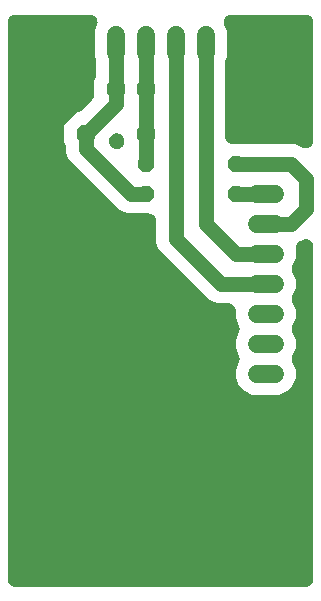
<source format=gbr>
G04 EAGLE Gerber RS-274X export*
G75*
%MOMM*%
%FSLAX34Y34*%
%LPD*%
%INBottom Copper*%
%IPPOS*%
%AMOC8*
5,1,8,0,0,1.08239X$1,22.5*%
G01*
%ADD10P,1.732040X8X22.500000*%
%ADD11C,1.524000*%
%ADD12P,1.429621X8X22.500000*%
%ADD13C,1.270000*%

G36*
X300793Y505461D02*
X300793Y505461D01*
X300796Y505461D01*
X301143Y505481D01*
X301501Y505501D01*
X301504Y505501D01*
X301507Y505501D01*
X301847Y505560D01*
X302204Y505620D01*
X302206Y505621D01*
X302209Y505621D01*
X302554Y505721D01*
X302888Y505817D01*
X302891Y505819D01*
X302894Y505819D01*
X303218Y505954D01*
X303546Y506090D01*
X303549Y506092D01*
X303551Y506093D01*
X303863Y506265D01*
X304170Y506435D01*
X304172Y506437D01*
X304175Y506438D01*
X304472Y506649D01*
X304751Y506847D01*
X304753Y506849D01*
X304755Y506851D01*
X305023Y507091D01*
X305282Y507322D01*
X305284Y507325D01*
X305286Y507326D01*
X305524Y507594D01*
X305756Y507854D01*
X305758Y507856D01*
X305760Y507858D01*
X305958Y508139D01*
X306168Y508435D01*
X306170Y508438D01*
X306171Y508440D01*
X306334Y508736D01*
X306512Y509059D01*
X306513Y509062D01*
X306515Y509064D01*
X306646Y509382D01*
X306784Y509717D01*
X306785Y509720D01*
X306786Y509723D01*
X306881Y510052D01*
X306981Y510402D01*
X306982Y510405D01*
X306982Y510407D01*
X307042Y510761D01*
X307100Y511104D01*
X307100Y511107D01*
X307101Y511110D01*
X307139Y511810D01*
X307139Y793317D01*
X307129Y793497D01*
X307129Y793678D01*
X307109Y793852D01*
X307099Y794028D01*
X307069Y794206D01*
X307049Y794385D01*
X307009Y794557D01*
X306980Y794731D01*
X306930Y794904D01*
X306890Y795080D01*
X306831Y795246D01*
X306783Y795415D01*
X306714Y795582D01*
X306654Y795752D01*
X306577Y795911D01*
X306510Y796073D01*
X306422Y796231D01*
X306344Y796394D01*
X306250Y796543D01*
X306165Y796697D01*
X306061Y796843D01*
X305964Y796996D01*
X305854Y797134D01*
X305753Y797278D01*
X305632Y797412D01*
X305520Y797553D01*
X305395Y797677D01*
X305278Y797809D01*
X305143Y797929D01*
X305015Y798056D01*
X304878Y798166D01*
X304746Y798283D01*
X304599Y798388D01*
X304458Y798500D01*
X304309Y798593D01*
X304165Y798695D01*
X304007Y798782D01*
X303854Y798878D01*
X303695Y798954D01*
X303541Y799039D01*
X303375Y799108D01*
X303212Y799186D01*
X303045Y799244D01*
X302883Y799311D01*
X302709Y799361D01*
X302539Y799421D01*
X302368Y799459D01*
X302198Y799508D01*
X302020Y799538D01*
X301844Y799578D01*
X301669Y799598D01*
X301496Y799627D01*
X301316Y799637D01*
X301136Y799657D01*
X300960Y799657D01*
X300784Y799666D01*
X300604Y799656D01*
X300424Y799656D01*
X300249Y799636D01*
X300073Y799626D01*
X299895Y799595D01*
X299716Y799575D01*
X299544Y799535D01*
X299371Y799506D01*
X299198Y799456D01*
X299022Y799415D01*
X298853Y799356D01*
X298686Y799308D01*
X298528Y799242D01*
X298360Y799183D01*
X295968Y798192D01*
X295965Y798191D01*
X295962Y798190D01*
X295642Y798035D01*
X295326Y797883D01*
X295324Y797881D01*
X295321Y797880D01*
X295017Y797689D01*
X294723Y797504D01*
X294720Y797502D01*
X294718Y797500D01*
X294428Y797269D01*
X294166Y797060D01*
X294164Y797057D01*
X294161Y797055D01*
X293916Y796809D01*
X293662Y796556D01*
X293660Y796553D01*
X293658Y796551D01*
X293451Y796291D01*
X293218Y795999D01*
X293217Y795996D01*
X293215Y795994D01*
X293028Y795696D01*
X292839Y795395D01*
X292838Y795393D01*
X292836Y795390D01*
X292687Y795078D01*
X292531Y794753D01*
X292529Y794750D01*
X292528Y794748D01*
X292416Y794426D01*
X292296Y794081D01*
X292295Y794078D01*
X292294Y794075D01*
X292215Y793726D01*
X292137Y793386D01*
X292137Y793383D01*
X292136Y793380D01*
X292098Y793031D01*
X292058Y792678D01*
X292058Y792675D01*
X292058Y792672D01*
X292058Y792328D01*
X292059Y791966D01*
X292059Y791963D01*
X292059Y791959D01*
X292101Y791594D01*
X292101Y783863D01*
X289312Y777130D01*
X289310Y777126D01*
X289308Y777122D01*
X289193Y776792D01*
X289076Y776457D01*
X289075Y776453D01*
X289074Y776449D01*
X288996Y776105D01*
X288918Y775763D01*
X288917Y775758D01*
X288916Y775754D01*
X288878Y775406D01*
X288838Y775055D01*
X288838Y775050D01*
X288838Y775046D01*
X288838Y774688D01*
X288838Y774342D01*
X288839Y774338D01*
X288839Y774334D01*
X288880Y773971D01*
X288918Y773634D01*
X288919Y773630D01*
X288920Y773626D01*
X288999Y773282D01*
X289077Y772940D01*
X289079Y772936D01*
X289080Y772932D01*
X289312Y772270D01*
X292101Y765537D01*
X292101Y758463D01*
X289312Y751730D01*
X289310Y751726D01*
X289308Y751722D01*
X289193Y751392D01*
X289076Y751057D01*
X289075Y751053D01*
X289074Y751049D01*
X288996Y750705D01*
X288918Y750363D01*
X288917Y750358D01*
X288916Y750354D01*
X288878Y750006D01*
X288838Y749655D01*
X288838Y749650D01*
X288838Y749646D01*
X288838Y749288D01*
X288838Y748942D01*
X288839Y748938D01*
X288839Y748934D01*
X288880Y748571D01*
X288918Y748234D01*
X288919Y748230D01*
X288920Y748226D01*
X288999Y747882D01*
X289077Y747540D01*
X289079Y747536D01*
X289080Y747532D01*
X289312Y746870D01*
X292101Y740137D01*
X292101Y733063D01*
X289312Y726330D01*
X289310Y726326D01*
X289308Y726322D01*
X289193Y725992D01*
X289076Y725657D01*
X289075Y725653D01*
X289074Y725649D01*
X288993Y725291D01*
X288918Y724963D01*
X288917Y724958D01*
X288916Y724954D01*
X288878Y724606D01*
X288838Y724255D01*
X288838Y724250D01*
X288838Y724246D01*
X288838Y723888D01*
X288838Y723542D01*
X288839Y723538D01*
X288839Y723534D01*
X288880Y723171D01*
X288918Y722834D01*
X288919Y722830D01*
X288920Y722826D01*
X288999Y722482D01*
X289077Y722140D01*
X289079Y722136D01*
X289080Y722132D01*
X289312Y721470D01*
X292101Y714737D01*
X292101Y707663D01*
X289312Y700930D01*
X289310Y700926D01*
X289308Y700922D01*
X289193Y700592D01*
X289076Y700257D01*
X289075Y700253D01*
X289074Y700249D01*
X288994Y699894D01*
X288918Y699563D01*
X288917Y699558D01*
X288916Y699554D01*
X288878Y699206D01*
X288838Y698855D01*
X288838Y698850D01*
X288838Y698846D01*
X288838Y698488D01*
X288838Y698142D01*
X288839Y698138D01*
X288839Y698134D01*
X288880Y697771D01*
X288918Y697434D01*
X288919Y697430D01*
X288920Y697426D01*
X288999Y697082D01*
X289077Y696740D01*
X289079Y696736D01*
X289080Y696732D01*
X289312Y696070D01*
X292101Y689337D01*
X292101Y682263D01*
X289394Y675728D01*
X284392Y670726D01*
X277857Y668019D01*
X255543Y668019D01*
X249008Y670726D01*
X244006Y675728D01*
X241299Y682263D01*
X241299Y689337D01*
X244088Y696070D01*
X244090Y696074D01*
X244092Y696078D01*
X244207Y696409D01*
X244324Y696743D01*
X244325Y696747D01*
X244326Y696751D01*
X244403Y697093D01*
X244482Y697437D01*
X244483Y697442D01*
X244484Y697446D01*
X244522Y697794D01*
X244562Y698145D01*
X244562Y698150D01*
X244562Y698154D01*
X244562Y698512D01*
X244562Y698858D01*
X244561Y698862D01*
X244561Y698866D01*
X244520Y699229D01*
X244482Y699566D01*
X244481Y699570D01*
X244480Y699574D01*
X244404Y699903D01*
X244323Y700260D01*
X244321Y700264D01*
X244320Y700268D01*
X244088Y700930D01*
X241299Y707663D01*
X241299Y714737D01*
X244088Y721470D01*
X244090Y721474D01*
X244092Y721478D01*
X244207Y721809D01*
X244324Y722143D01*
X244325Y722147D01*
X244326Y722151D01*
X244403Y722493D01*
X244482Y722837D01*
X244483Y722842D01*
X244484Y722846D01*
X244522Y723189D01*
X244562Y723545D01*
X244562Y723550D01*
X244562Y723554D01*
X244562Y723912D01*
X244562Y724258D01*
X244561Y724262D01*
X244561Y724266D01*
X244520Y724629D01*
X244482Y724966D01*
X244481Y724970D01*
X244480Y724974D01*
X244401Y725319D01*
X244323Y725660D01*
X244321Y725664D01*
X244320Y725668D01*
X244088Y726330D01*
X241299Y733063D01*
X241299Y739140D01*
X241299Y739143D01*
X241299Y739146D01*
X241279Y739493D01*
X241259Y739851D01*
X241259Y739854D01*
X241259Y739857D01*
X241203Y740183D01*
X241140Y740554D01*
X241139Y740556D01*
X241139Y740559D01*
X241039Y740904D01*
X240943Y741238D01*
X240941Y741241D01*
X240941Y741244D01*
X240814Y741549D01*
X240670Y741896D01*
X240668Y741899D01*
X240667Y741901D01*
X240495Y742213D01*
X240325Y742520D01*
X240323Y742522D01*
X240322Y742525D01*
X240111Y742822D01*
X239913Y743101D01*
X239911Y743103D01*
X239909Y743105D01*
X239683Y743357D01*
X239438Y743632D01*
X239435Y743634D01*
X239434Y743636D01*
X239166Y743874D01*
X238906Y744106D01*
X238904Y744108D01*
X238902Y744110D01*
X238621Y744308D01*
X238325Y744518D01*
X238322Y744520D01*
X238320Y744521D01*
X238024Y744684D01*
X237701Y744862D01*
X237698Y744863D01*
X237696Y744865D01*
X237378Y744996D01*
X237043Y745134D01*
X237040Y745135D01*
X237037Y745136D01*
X236708Y745231D01*
X236358Y745331D01*
X236355Y745332D01*
X236353Y745332D01*
X235999Y745392D01*
X235656Y745450D01*
X235653Y745450D01*
X235650Y745451D01*
X234950Y745489D01*
X225316Y745489D01*
X219247Y748003D01*
X176503Y790747D01*
X173989Y796816D01*
X173989Y815086D01*
X173989Y815089D01*
X173989Y815092D01*
X173969Y815439D01*
X173949Y815797D01*
X173949Y815800D01*
X173949Y815803D01*
X173890Y816143D01*
X173830Y816500D01*
X173829Y816502D01*
X173829Y816505D01*
X173729Y816850D01*
X173633Y817184D01*
X173631Y817187D01*
X173631Y817190D01*
X173496Y817514D01*
X173360Y817842D01*
X173358Y817845D01*
X173357Y817847D01*
X173185Y818159D01*
X173015Y818466D01*
X173013Y818468D01*
X173012Y818471D01*
X172801Y818768D01*
X172603Y819047D01*
X172601Y819049D01*
X172599Y819051D01*
X172371Y819305D01*
X172128Y819578D01*
X172125Y819580D01*
X172124Y819582D01*
X171856Y819820D01*
X171596Y820052D01*
X171594Y820054D01*
X171592Y820056D01*
X171311Y820254D01*
X171015Y820464D01*
X171012Y820466D01*
X171010Y820467D01*
X170714Y820630D01*
X170391Y820808D01*
X170388Y820809D01*
X170386Y820811D01*
X170068Y820942D01*
X169733Y821080D01*
X169730Y821081D01*
X169727Y821082D01*
X169398Y821177D01*
X169048Y821277D01*
X169045Y821278D01*
X169043Y821278D01*
X168689Y821338D01*
X168346Y821396D01*
X168343Y821396D01*
X168340Y821397D01*
X167640Y821435D01*
X157014Y821435D01*
X156683Y821531D01*
X156679Y821531D01*
X156674Y821532D01*
X156318Y821592D01*
X155980Y821650D01*
X155976Y821650D01*
X155972Y821651D01*
X155272Y821689D01*
X149116Y821689D01*
X143047Y824203D01*
X100303Y866947D01*
X97789Y873016D01*
X97789Y877196D01*
X97789Y877200D01*
X97789Y877205D01*
X97769Y877558D01*
X97749Y877908D01*
X97749Y877912D01*
X97748Y877916D01*
X97688Y878267D01*
X97630Y878610D01*
X97629Y878614D01*
X97628Y878618D01*
X97529Y878960D01*
X97433Y879294D01*
X97431Y879298D01*
X97430Y879303D01*
X97294Y879629D01*
X97160Y879953D01*
X97158Y879956D01*
X97156Y879960D01*
X96994Y880253D01*
X96815Y880576D01*
X96813Y880579D01*
X96810Y880583D01*
X96598Y880882D01*
X96403Y881157D01*
X96400Y881160D01*
X96397Y881164D01*
X96138Y881453D01*
X96138Y896523D01*
X106795Y907179D01*
X106844Y907182D01*
X107193Y907202D01*
X107198Y907202D01*
X107202Y907203D01*
X107553Y907263D01*
X107896Y907321D01*
X107900Y907322D01*
X107904Y907323D01*
X108256Y907425D01*
X108580Y907518D01*
X108584Y907520D01*
X108588Y907521D01*
X108914Y907657D01*
X109238Y907791D01*
X109242Y907793D01*
X109246Y907795D01*
X109553Y907965D01*
X109862Y908136D01*
X109865Y908138D01*
X109869Y908141D01*
X110168Y908353D01*
X110443Y908548D01*
X110446Y908551D01*
X110449Y908554D01*
X110972Y909021D01*
X119679Y917728D01*
X119681Y917731D01*
X119685Y917734D01*
X119919Y917997D01*
X120153Y918260D01*
X120156Y918263D01*
X120159Y918266D01*
X120360Y918551D01*
X120566Y918841D01*
X120568Y918844D01*
X120570Y918848D01*
X120741Y919158D01*
X120910Y919464D01*
X120912Y919468D01*
X120914Y919472D01*
X121048Y919797D01*
X121183Y920122D01*
X121184Y920127D01*
X121185Y920131D01*
X121282Y920469D01*
X121380Y920807D01*
X121380Y920811D01*
X121381Y920815D01*
X121441Y921172D01*
X121499Y921509D01*
X121499Y921514D01*
X121500Y921518D01*
X121538Y922218D01*
X121538Y934648D01*
X121577Y934691D01*
X121804Y934945D01*
X121807Y934949D01*
X121810Y934952D01*
X122016Y935243D01*
X122216Y935526D01*
X122219Y935530D01*
X122221Y935534D01*
X122384Y935830D01*
X122561Y936150D01*
X122563Y936154D01*
X122565Y936158D01*
X122700Y936486D01*
X122833Y936808D01*
X122835Y936812D01*
X122836Y936816D01*
X122933Y937153D01*
X123031Y937493D01*
X123031Y937497D01*
X123032Y937501D01*
X123091Y937852D01*
X123150Y938195D01*
X123150Y938199D01*
X123151Y938204D01*
X123189Y938904D01*
X123189Y949714D01*
X123179Y949897D01*
X123179Y950080D01*
X123159Y950253D01*
X123149Y950425D01*
X123119Y950606D01*
X123098Y950788D01*
X123059Y950957D01*
X123030Y951128D01*
X122979Y951304D01*
X122938Y951482D01*
X122880Y951649D01*
X122833Y951812D01*
X122766Y951974D01*
X122706Y952144D01*
X121919Y954043D01*
X121919Y976357D01*
X123868Y981060D01*
X123927Y981231D01*
X123996Y981397D01*
X124045Y981566D01*
X124103Y981733D01*
X124143Y981909D01*
X124193Y982082D01*
X124222Y982255D01*
X124261Y982427D01*
X124281Y982607D01*
X124311Y982784D01*
X124321Y982960D01*
X124341Y983135D01*
X124341Y983316D01*
X124351Y983496D01*
X124341Y983672D01*
X124341Y983848D01*
X124320Y984027D01*
X124310Y984207D01*
X124281Y984381D01*
X124261Y984556D01*
X124221Y984731D01*
X124190Y984909D01*
X124141Y985078D01*
X124102Y985250D01*
X124042Y985420D01*
X123992Y985594D01*
X123925Y985756D01*
X123866Y985922D01*
X123788Y986085D01*
X123719Y986251D01*
X123633Y986406D01*
X123557Y986564D01*
X123461Y986717D01*
X123374Y986875D01*
X123271Y987018D01*
X123178Y987167D01*
X123065Y987308D01*
X122961Y987455D01*
X122843Y987586D01*
X122733Y987724D01*
X122605Y987851D01*
X122485Y987986D01*
X122354Y988103D01*
X122229Y988227D01*
X122088Y988340D01*
X121953Y988460D01*
X121810Y988561D01*
X121672Y988671D01*
X121519Y988767D01*
X121372Y988871D01*
X121217Y988956D01*
X121068Y989050D01*
X120906Y989128D01*
X120748Y989215D01*
X120585Y989282D01*
X120426Y989358D01*
X120256Y989418D01*
X120089Y989486D01*
X119920Y989535D01*
X119753Y989593D01*
X119578Y989633D01*
X119404Y989682D01*
X119230Y989712D01*
X119059Y989751D01*
X118880Y989771D01*
X118702Y989801D01*
X118523Y989810D01*
X118351Y989830D01*
X118179Y989829D01*
X118002Y989839D01*
X54610Y989839D01*
X54607Y989839D01*
X54604Y989839D01*
X54257Y989819D01*
X53899Y989799D01*
X53896Y989799D01*
X53893Y989799D01*
X53553Y989740D01*
X53196Y989680D01*
X53194Y989679D01*
X53191Y989679D01*
X52846Y989579D01*
X52512Y989483D01*
X52509Y989481D01*
X52506Y989481D01*
X52182Y989346D01*
X51854Y989210D01*
X51851Y989208D01*
X51849Y989207D01*
X51537Y989035D01*
X51230Y988865D01*
X51228Y988863D01*
X51225Y988862D01*
X50928Y988651D01*
X50649Y988453D01*
X50647Y988451D01*
X50645Y988449D01*
X50377Y988209D01*
X50118Y987978D01*
X50116Y987975D01*
X50114Y987974D01*
X49876Y987706D01*
X49644Y987446D01*
X49642Y987444D01*
X49640Y987442D01*
X49442Y987161D01*
X49232Y986865D01*
X49230Y986862D01*
X49229Y986860D01*
X49065Y986562D01*
X48888Y986241D01*
X48887Y986238D01*
X48885Y986236D01*
X48752Y985912D01*
X48616Y985583D01*
X48615Y985580D01*
X48614Y985577D01*
X48517Y985239D01*
X48419Y984898D01*
X48418Y984895D01*
X48418Y984893D01*
X48358Y984539D01*
X48300Y984196D01*
X48300Y984193D01*
X48299Y984190D01*
X48261Y983490D01*
X48261Y511810D01*
X48261Y511807D01*
X48261Y511804D01*
X48281Y511457D01*
X48301Y511099D01*
X48301Y511096D01*
X48301Y511093D01*
X48360Y510753D01*
X48420Y510396D01*
X48421Y510394D01*
X48421Y510391D01*
X48521Y510046D01*
X48617Y509712D01*
X48619Y509709D01*
X48619Y509706D01*
X48754Y509382D01*
X48890Y509054D01*
X48892Y509051D01*
X48893Y509049D01*
X49065Y508737D01*
X49235Y508430D01*
X49237Y508428D01*
X49238Y508425D01*
X49449Y508128D01*
X49647Y507849D01*
X49649Y507847D01*
X49651Y507845D01*
X49891Y507577D01*
X50122Y507318D01*
X50125Y507316D01*
X50126Y507314D01*
X50394Y507076D01*
X50654Y506844D01*
X50656Y506842D01*
X50658Y506840D01*
X50939Y506642D01*
X51235Y506432D01*
X51238Y506430D01*
X51240Y506429D01*
X51536Y506266D01*
X51859Y506088D01*
X51862Y506087D01*
X51864Y506085D01*
X52182Y505954D01*
X52517Y505816D01*
X52520Y505815D01*
X52523Y505814D01*
X52852Y505719D01*
X53202Y505619D01*
X53205Y505618D01*
X53207Y505618D01*
X53561Y505558D01*
X53904Y505500D01*
X53907Y505500D01*
X53910Y505499D01*
X54610Y505461D01*
X300790Y505461D01*
X300793Y505461D01*
G37*
G36*
X300972Y876744D02*
X300972Y876744D01*
X301148Y876744D01*
X301327Y876764D01*
X301507Y876774D01*
X301681Y876804D01*
X301856Y876824D01*
X302032Y876864D01*
X302209Y876894D01*
X302378Y876943D01*
X302550Y876983D01*
X302721Y877042D01*
X302894Y877092D01*
X303056Y877160D01*
X303222Y877218D01*
X303385Y877296D01*
X303551Y877366D01*
X303705Y877451D01*
X303864Y877528D01*
X304017Y877624D01*
X304175Y877711D01*
X304318Y877813D01*
X304467Y877907D01*
X304608Y878019D01*
X304755Y878124D01*
X304886Y878242D01*
X305024Y878351D01*
X305151Y878479D01*
X305286Y878599D01*
X305403Y878731D01*
X305527Y878856D01*
X305639Y878996D01*
X305760Y879131D01*
X305861Y879275D01*
X305971Y879413D01*
X306067Y879566D01*
X306171Y879713D01*
X306256Y879867D01*
X306350Y880016D01*
X306428Y880179D01*
X306515Y880337D01*
X306582Y880500D01*
X306658Y880658D01*
X306718Y880829D01*
X306786Y880996D01*
X306835Y881165D01*
X306893Y881331D01*
X306933Y881507D01*
X306982Y881680D01*
X307012Y881854D01*
X307051Y882026D01*
X307071Y882205D01*
X307101Y882383D01*
X307110Y882562D01*
X307130Y882734D01*
X307129Y882906D01*
X307139Y883083D01*
X307139Y983490D01*
X307139Y983493D01*
X307139Y983496D01*
X307119Y983843D01*
X307099Y984201D01*
X307099Y984204D01*
X307099Y984207D01*
X307041Y984544D01*
X306980Y984904D01*
X306979Y984906D01*
X306979Y984909D01*
X306879Y985254D01*
X306783Y985588D01*
X306781Y985591D01*
X306781Y985594D01*
X306648Y985912D01*
X306510Y986246D01*
X306508Y986249D01*
X306507Y986251D01*
X306335Y986562D01*
X306165Y986870D01*
X306163Y986872D01*
X306162Y986875D01*
X305955Y987165D01*
X305753Y987451D01*
X305751Y987453D01*
X305749Y987455D01*
X305509Y987723D01*
X305278Y987982D01*
X305275Y987984D01*
X305274Y987986D01*
X305013Y988218D01*
X304746Y988456D01*
X304744Y988458D01*
X304742Y988460D01*
X304461Y988658D01*
X304165Y988868D01*
X304162Y988870D01*
X304160Y988871D01*
X303864Y989034D01*
X303541Y989212D01*
X303538Y989213D01*
X303536Y989215D01*
X303218Y989346D01*
X302883Y989484D01*
X302880Y989485D01*
X302877Y989486D01*
X302548Y989581D01*
X302198Y989681D01*
X302195Y989682D01*
X302193Y989682D01*
X301839Y989742D01*
X301496Y989800D01*
X301493Y989800D01*
X301490Y989801D01*
X300790Y989839D01*
X237598Y989839D01*
X237418Y989829D01*
X237238Y989829D01*
X237063Y989809D01*
X236887Y989799D01*
X236709Y989769D01*
X236530Y989749D01*
X236358Y989709D01*
X236185Y989680D01*
X236012Y989630D01*
X235836Y989590D01*
X235669Y989531D01*
X235500Y989483D01*
X235334Y989414D01*
X235163Y989354D01*
X235005Y989277D01*
X234842Y989210D01*
X234684Y989122D01*
X234522Y989044D01*
X234373Y988950D01*
X234219Y988865D01*
X234072Y988761D01*
X233919Y988664D01*
X233781Y988554D01*
X233638Y988453D01*
X233504Y988333D01*
X233362Y988220D01*
X233238Y988095D01*
X233107Y987978D01*
X232987Y987843D01*
X232859Y987715D01*
X232750Y987577D01*
X232632Y987446D01*
X232528Y987299D01*
X232416Y987158D01*
X232322Y987009D01*
X232220Y986865D01*
X232133Y986707D01*
X232037Y986554D01*
X231961Y986395D01*
X231876Y986241D01*
X231807Y986074D01*
X231729Y985912D01*
X231671Y985746D01*
X231604Y985583D01*
X231554Y985409D01*
X231495Y985239D01*
X231456Y985067D01*
X231407Y984898D01*
X231377Y984720D01*
X231337Y984544D01*
X231318Y984369D01*
X231289Y984196D01*
X231279Y984016D01*
X231259Y983836D01*
X231259Y983660D01*
X231249Y983484D01*
X231259Y983304D01*
X231260Y983124D01*
X231280Y982949D01*
X231290Y982773D01*
X231320Y982595D01*
X231341Y982416D01*
X231380Y982244D01*
X231410Y982071D01*
X231460Y981898D01*
X231500Y981722D01*
X231560Y981553D01*
X231608Y981386D01*
X231674Y981228D01*
X231732Y981060D01*
X233681Y976357D01*
X233681Y954043D01*
X232894Y952144D01*
X232833Y951971D01*
X232764Y951802D01*
X232716Y951635D01*
X232659Y951472D01*
X232618Y951293D01*
X232568Y951117D01*
X232539Y950946D01*
X232500Y950777D01*
X232480Y950595D01*
X232449Y950414D01*
X232440Y950239D01*
X232421Y950069D01*
X232421Y949894D01*
X232411Y949714D01*
X232411Y886714D01*
X232411Y886711D01*
X232411Y886708D01*
X232432Y886340D01*
X232451Y886003D01*
X232451Y886000D01*
X232451Y885997D01*
X232510Y885657D01*
X232570Y885300D01*
X232571Y885298D01*
X232571Y885295D01*
X232671Y884950D01*
X232767Y884616D01*
X232769Y884613D01*
X232769Y884610D01*
X232904Y884286D01*
X233040Y883958D01*
X233042Y883955D01*
X233043Y883953D01*
X233215Y883641D01*
X233385Y883334D01*
X233387Y883332D01*
X233388Y883329D01*
X233600Y883031D01*
X233797Y882753D01*
X233799Y882751D01*
X233801Y882749D01*
X234041Y882481D01*
X234272Y882222D01*
X234275Y882220D01*
X234276Y882218D01*
X234550Y881974D01*
X234804Y881748D01*
X234806Y881746D01*
X234808Y881744D01*
X235089Y881546D01*
X235385Y881336D01*
X235388Y881334D01*
X235390Y881333D01*
X235686Y881170D01*
X236009Y880992D01*
X236012Y880991D01*
X236014Y880989D01*
X236332Y880858D01*
X236667Y880720D01*
X236670Y880719D01*
X236673Y880718D01*
X237002Y880623D01*
X237352Y880523D01*
X237355Y880522D01*
X237357Y880522D01*
X237711Y880462D01*
X238054Y880404D01*
X238057Y880404D01*
X238060Y880403D01*
X238760Y880365D01*
X249386Y880365D01*
X249717Y880270D01*
X249721Y880269D01*
X249726Y880268D01*
X250070Y880210D01*
X250419Y880150D01*
X250424Y880150D01*
X250428Y880149D01*
X251128Y880111D01*
X291374Y880111D01*
X298360Y877217D01*
X298530Y877157D01*
X298697Y877089D01*
X298867Y877040D01*
X299033Y876982D01*
X299209Y876942D01*
X299382Y876892D01*
X299556Y876862D01*
X299727Y876823D01*
X299907Y876803D01*
X300084Y876773D01*
X300260Y876763D01*
X300435Y876744D01*
X300616Y876744D01*
X300796Y876734D01*
X300972Y876744D01*
G37*
G36*
X140928Y876010D02*
X140928Y876010D01*
X141303Y876031D01*
X141305Y876031D01*
X141306Y876031D01*
X141610Y876083D01*
X142005Y876151D01*
X142007Y876151D01*
X142008Y876151D01*
X142334Y876246D01*
X142690Y876348D01*
X142691Y876349D01*
X142693Y876349D01*
X143013Y876482D01*
X143348Y876621D01*
X143349Y876622D01*
X143350Y876623D01*
X143651Y876789D01*
X143971Y876966D01*
X143972Y876967D01*
X143974Y876968D01*
X144245Y877161D01*
X144552Y877379D01*
X144553Y877380D01*
X144554Y877381D01*
X144814Y877614D01*
X145083Y877854D01*
X145084Y877855D01*
X145085Y877856D01*
X145317Y878117D01*
X145557Y878386D01*
X145558Y878387D01*
X145559Y878388D01*
X145761Y878674D01*
X145969Y878967D01*
X145969Y878969D01*
X145970Y878970D01*
X146132Y879263D01*
X146313Y879591D01*
X146313Y879593D01*
X146314Y879594D01*
X146434Y879886D01*
X146584Y880250D01*
X146585Y880251D01*
X146585Y880252D01*
X146675Y880566D01*
X146781Y880935D01*
X146781Y880936D01*
X146781Y880937D01*
X146831Y881233D01*
X146899Y881637D01*
X146899Y881639D01*
X146900Y881640D01*
X146938Y882340D01*
X146938Y882960D01*
X146938Y882962D01*
X146938Y882963D01*
X146918Y883327D01*
X146898Y883671D01*
X146898Y883673D01*
X146898Y883675D01*
X146839Y884022D01*
X146779Y884374D01*
X146778Y884375D01*
X146778Y884377D01*
X146675Y884735D01*
X146582Y885058D01*
X146581Y885060D01*
X146581Y885061D01*
X146445Y885388D01*
X146309Y885716D01*
X146308Y885718D01*
X146307Y885719D01*
X146144Y886014D01*
X145964Y886340D01*
X145963Y886341D01*
X145962Y886343D01*
X145733Y886666D01*
X145552Y886921D01*
X145551Y886922D01*
X145550Y886923D01*
X145298Y887204D01*
X145077Y887452D01*
X145075Y887453D01*
X145074Y887454D01*
X144805Y887694D01*
X144545Y887926D01*
X144544Y887927D01*
X144543Y887928D01*
X144272Y888120D01*
X143964Y888338D01*
X143962Y888339D01*
X143961Y888340D01*
X143668Y888501D01*
X143340Y888682D01*
X143339Y888683D01*
X143337Y888684D01*
X143027Y888812D01*
X142682Y888955D01*
X142680Y888955D01*
X142679Y888956D01*
X142366Y889045D01*
X141997Y889151D01*
X141995Y889152D01*
X141994Y889152D01*
X141636Y889212D01*
X141295Y889270D01*
X141293Y889270D01*
X141291Y889270D01*
X140913Y889291D01*
X140583Y889309D01*
X140582Y889309D01*
X140580Y889309D01*
X140205Y889288D01*
X139872Y889269D01*
X139871Y889269D01*
X139869Y889268D01*
X139481Y889202D01*
X139170Y889149D01*
X139168Y889148D01*
X139167Y889148D01*
X138814Y889046D01*
X138485Y888951D01*
X138484Y888950D01*
X138482Y888950D01*
X138162Y888816D01*
X137828Y888677D01*
X137826Y888677D01*
X137825Y888676D01*
X137511Y888502D01*
X137204Y888332D01*
X137203Y888331D01*
X137202Y888330D01*
X136888Y888107D01*
X136624Y887919D01*
X136623Y887918D01*
X136621Y887917D01*
X136099Y887450D01*
X135789Y887139D01*
X135787Y887137D01*
X135785Y887136D01*
X135545Y886866D01*
X135314Y886608D01*
X135313Y886606D01*
X135311Y886604D01*
X135099Y886305D01*
X134902Y886027D01*
X134901Y886025D01*
X134899Y886022D01*
X134721Y885699D01*
X134558Y885403D01*
X134557Y885401D01*
X134555Y885399D01*
X134412Y885052D01*
X134285Y884745D01*
X134285Y884743D01*
X134284Y884740D01*
X134186Y884402D01*
X134088Y884061D01*
X134088Y884058D01*
X134087Y884055D01*
X134026Y883694D01*
X133969Y883358D01*
X133969Y883356D01*
X133969Y883353D01*
X133948Y882982D01*
X133930Y882647D01*
X133930Y882644D01*
X133930Y882641D01*
X133950Y882295D01*
X133970Y881936D01*
X133970Y881933D01*
X133971Y881930D01*
X134030Y881582D01*
X134090Y881233D01*
X134090Y881231D01*
X134091Y881228D01*
X134193Y880876D01*
X134287Y880549D01*
X134288Y880546D01*
X134289Y880544D01*
X134429Y880207D01*
X134561Y879891D01*
X134562Y879888D01*
X134563Y879886D01*
X134733Y879579D01*
X134906Y879268D01*
X134907Y879265D01*
X134908Y879263D01*
X135119Y878967D01*
X135318Y878687D01*
X135320Y878685D01*
X135322Y878683D01*
X135789Y878160D01*
X136099Y877850D01*
X136100Y877849D01*
X136101Y877848D01*
X136361Y877617D01*
X136631Y877376D01*
X136632Y877375D01*
X136633Y877374D01*
X136931Y877162D01*
X137212Y876963D01*
X137213Y876963D01*
X137214Y876962D01*
X137580Y876760D01*
X137835Y876619D01*
X137836Y876618D01*
X137838Y876618D01*
X138199Y876468D01*
X138494Y876346D01*
X138495Y876346D01*
X138496Y876345D01*
X138861Y876241D01*
X139178Y876149D01*
X139179Y876149D01*
X139181Y876149D01*
X139547Y876087D01*
X139881Y876030D01*
X139882Y876030D01*
X139883Y876030D01*
X140234Y876011D01*
X140592Y875991D01*
X140593Y875991D01*
X140595Y875991D01*
X140928Y876010D01*
G37*
D10*
X139700Y927100D03*
X165100Y927100D03*
X114300Y889000D03*
X165100Y889000D03*
D11*
X259080Y838200D02*
X274320Y838200D01*
X274320Y812800D02*
X259080Y812800D01*
X259080Y787400D02*
X274320Y787400D01*
X274320Y762000D02*
X259080Y762000D01*
X259080Y736600D02*
X274320Y736600D01*
X274320Y711200D02*
X259080Y711200D01*
X259080Y685800D02*
X274320Y685800D01*
X139700Y957580D02*
X139700Y972820D01*
X165100Y972820D02*
X165100Y957580D01*
X190500Y957580D02*
X190500Y972820D01*
X215900Y972820D02*
X215900Y957580D01*
D12*
X165100Y863600D03*
X241300Y863600D03*
X165100Y838200D03*
X241300Y838200D03*
D13*
X241300Y787400D02*
X266700Y787400D01*
X241300Y787400D02*
X215900Y812800D01*
X215900Y965200D01*
X228600Y762000D02*
X266700Y762000D01*
X228600Y762000D02*
X190500Y800100D01*
X190500Y965200D01*
X241300Y863600D02*
X288090Y863600D01*
X300790Y850900D01*
X300790Y825500D02*
X288090Y812800D01*
X300790Y825500D02*
X300790Y850900D01*
X288090Y812800D02*
X266700Y812800D01*
X266700Y838200D02*
X241300Y838200D01*
X165100Y927100D02*
X165100Y965200D01*
X165100Y927100D02*
X165100Y889000D01*
X165100Y863600D01*
X165100Y838200D02*
X152400Y838200D01*
X114300Y876300D02*
X114300Y889000D01*
X114300Y876300D02*
X152400Y838200D01*
X114300Y889000D02*
X139700Y914400D01*
X139700Y927100D01*
X139700Y965200D01*
M02*

</source>
